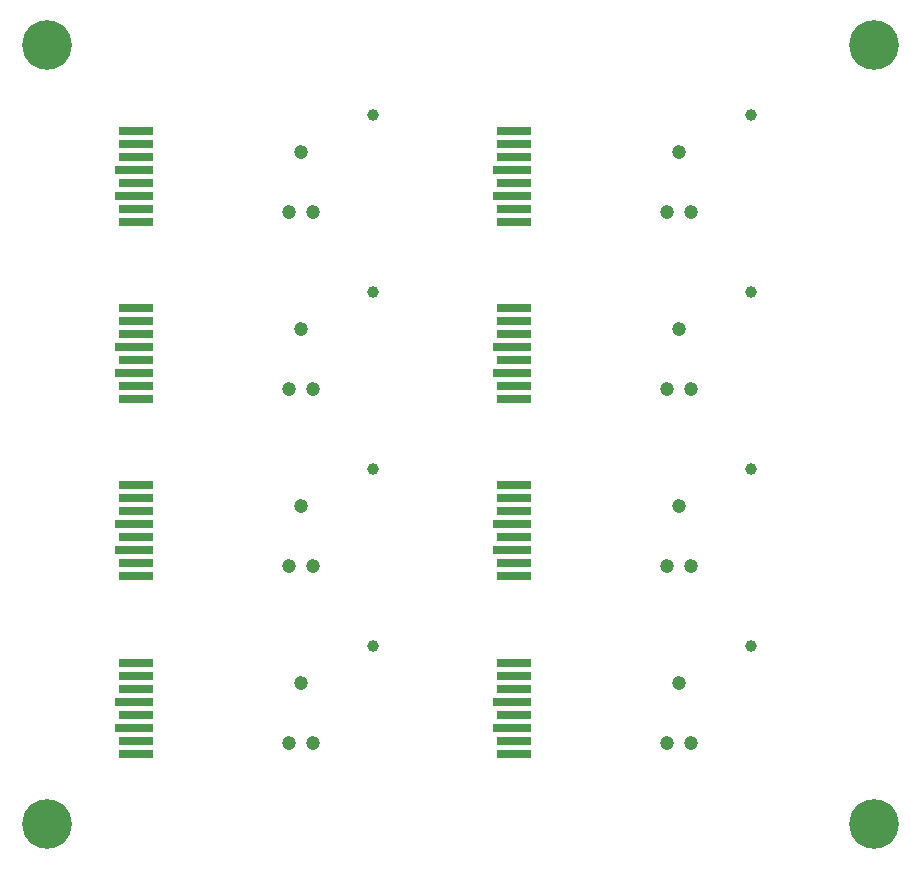
<source format=gbs>
G75*
%MOIN*%
%OFA0B0*%
%FSLAX24Y24*%
%IPPOS*%
%LPD*%
%AMOC8*
5,1,8,0,0,1.08239X$1,22.5*
%
%ADD10C,0.1655*%
%ADD11R,0.1142X0.0315*%
%ADD12R,0.1260X0.0315*%
%ADD13C,0.0395*%
%ADD14C,0.0470*%
D10*
X006181Y006956D03*
X006181Y032941D03*
X033740Y032941D03*
X033740Y006956D03*
D11*
X021752Y009319D03*
X021752Y009752D03*
X021752Y010618D03*
X021752Y011484D03*
X021752Y011917D03*
X021752Y012350D03*
X021752Y015224D03*
X021752Y015657D03*
X021752Y016523D03*
X021752Y017389D03*
X021752Y017822D03*
X021752Y018256D03*
X021752Y021130D03*
X021752Y021563D03*
X021752Y022429D03*
X021752Y023295D03*
X021752Y023728D03*
X021752Y024161D03*
X021752Y027035D03*
X021752Y027468D03*
X021752Y028334D03*
X021752Y029200D03*
X021752Y029633D03*
X021752Y030067D03*
X009153Y030067D03*
X009153Y029633D03*
X009153Y029200D03*
X009153Y028334D03*
X009153Y027468D03*
X009153Y027035D03*
X009153Y024161D03*
X009153Y023728D03*
X009153Y023295D03*
X009153Y022429D03*
X009153Y021563D03*
X009153Y021130D03*
X009153Y018256D03*
X009153Y017822D03*
X009153Y017389D03*
X009153Y016523D03*
X009153Y015657D03*
X009153Y015224D03*
X009153Y012350D03*
X009153Y011917D03*
X009153Y011484D03*
X009153Y010618D03*
X009153Y009752D03*
X009153Y009319D03*
D12*
X009094Y010185D03*
X009094Y011051D03*
X009094Y016090D03*
X009094Y016956D03*
X009094Y021996D03*
X009094Y022862D03*
X009094Y027901D03*
X009094Y028767D03*
X021693Y028767D03*
X021693Y027901D03*
X021693Y022862D03*
X021693Y021996D03*
X021693Y016956D03*
X021693Y016090D03*
X021693Y011051D03*
X021693Y010185D03*
D13*
X017047Y012901D03*
X017047Y018807D03*
X017047Y024712D03*
X017047Y030618D03*
X029645Y030618D03*
X029645Y024712D03*
X029645Y018807D03*
X029645Y012901D03*
D14*
X027244Y011657D03*
X027644Y009657D03*
X026844Y009657D03*
X026844Y015563D03*
X027644Y015563D03*
X027244Y017563D03*
X027644Y021468D03*
X026844Y021468D03*
X027244Y023468D03*
X027644Y027374D03*
X026844Y027374D03*
X027244Y029374D03*
X015045Y027374D03*
X014245Y027374D03*
X014645Y029374D03*
X014645Y023468D03*
X014245Y021468D03*
X015045Y021468D03*
X014645Y017563D03*
X014245Y015563D03*
X015045Y015563D03*
X014645Y011657D03*
X014245Y009657D03*
X015045Y009657D03*
M02*

</source>
